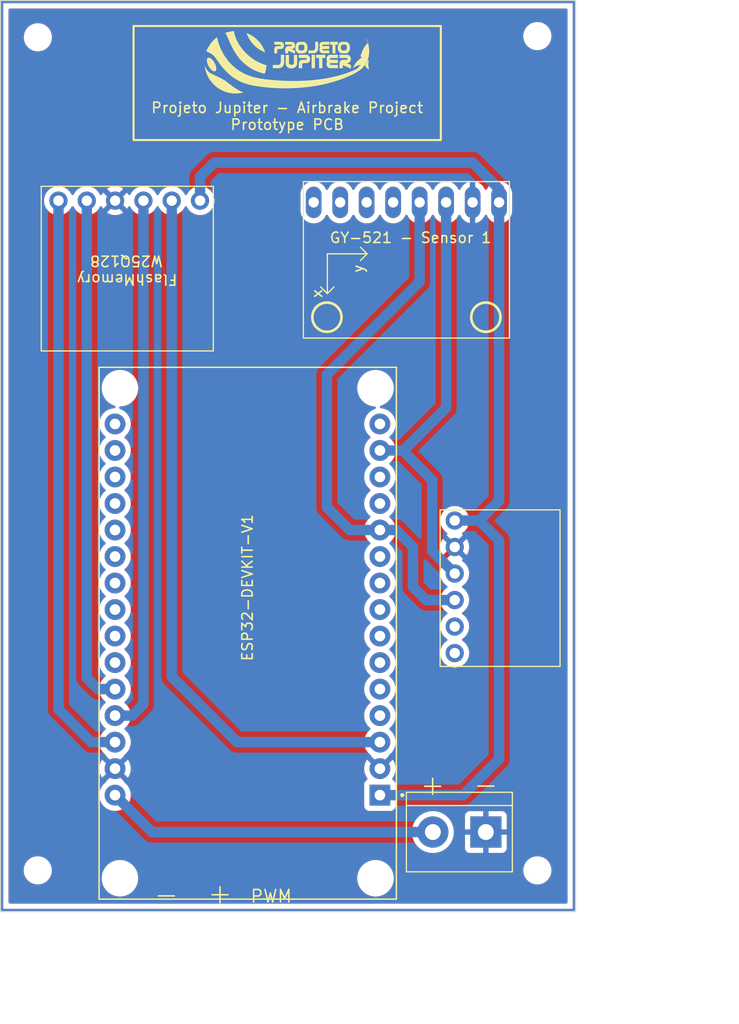
<source format=kicad_pcb>
(kicad_pcb (version 20221018) (generator pcbnew)
  (title_block (title "Ganímedes Project - Control PCB") (date "2023-05-31") (rev "1") (company "Projeto Jupiter") (comment 1 "Projected by Lucas Wu Jiajun"))
  (layers (0 "F.Cu" signal) (31 "B.Cu" signal) (34 "B.Paste" user) (35 "F.Paste" user) (36 "B.SilkS" user "B.Silkscreen") (37 "F.SilkS" user "F.Silkscreen") (38 "B.Mask" user) (39 "F.Mask" user) (44 "Edge.Cuts" user))
  (net 0 "")
  (net 1 "GND")
  (net 2 "VCC")
  (net 3 "/PWM 1")
  (net 4 "/PWM 2")
  (net 5 "/3v3")
  (net 6 "/CS")
  (net 10 "/SDA")
  (net 13 "/SCL")
  (net 23 "/HCLK")
  (net 24 "/HMISO")
  (net 25 "/HMOSI")
  (footprint "ESP32-DEVKIT-V1:MODULE_ESP32_DEVKIT_V1" (layer "F.Cu") (at 121.92 128.27 180)
    (fp_text reference "U1" hide)
    (fp_text value "ESP32-DEVKIT-V1" (at 0 4.36 90) (layer "F.SilkS"))
    (pad "" np_thru_hole circle (at -12.28 -23.475 180) (size 3 3) (drill 3) (layers "F&B.Cu" "*.Mask"))
    (pad "" np_thru_hole circle (at -12.28 23.475 180) (size 3 3) (drill 3) (layers "F&B.Cu" "*.Mask"))
    (pad "" np_thru_hole circle (at 12.23 -23.475 180) (size 3 3) (drill 3) (layers "F&B.Cu" "*.Mask"))
    (pad "" np_thru_hole circle (at 12.23 23.475 180) (size 3 3) (drill 3) (layers "F&B.Cu" "*.Mask"))
    (pad "1" thru_hole rect (at -12.7 -15.515 180) (size 2 2) (drill 1.02) (layers "*.Cu" "*.Mask") (net 5 "/3v3"))
    (pad "2" thru_hole circle (at -12.7 -12.975 180) (size 2 2) (drill 1.02) (layers "*.Cu" "*.Mask") (net 1 "GND"))
    (pad "3" thru_hole circle (at -12.7 -10.435 180) (size 2 2) (drill 1.02) (layers "*.Cu" "*.Mask") (net 6 "/CS"))
    (pad "4" thru_hole circle (at -12.7 -7.895 180) (size 2 2) (drill 1.02) (layers "*.Cu" "*.Mask"))
    (pad "5" thru_hole circle (at -12.7 -5.355 180) (size 2 2) (drill 1.02) (layers "*.Cu" "*.Mask"))
    (pad "6" thru_hole circle (at -12.7 -2.815 180) (size 2 2) (drill 1.02) (layers "*.Cu" "*.Mask"))
    (pad "7" thru_hole circle (at -12.7 -0.275 180) (size 2 2) (drill 1.02) (layers "*.Cu" "*.Mask"))
    (pad "8" thru_hole circle (at -12.7 2.265 180) (size 2 2) (drill 1.02) (layers "*.Cu" "*.Mask"))
    (pad "9" thru_hole circle (at -12.7 4.805 180) (size 2 2) (drill 1.02) (layers "*.Cu" "*.Mask") (net 4 "/PWM 2"))
    (pad "10" thru_hole circle (at -12.7 7.345 180) (size 2 2) (drill 1.02) (layers "*.Cu" "*.Mask"))
    (pad "11" thru_hole circle (at -12.7 9.885 180) (size 2 2) (drill 1.02) (layers "*.Cu" "*.Mask") (net 10 "/SDA"))
    (pad "12" thru_hole circle (at -12.7 12.425 180) (size 2 2) (drill 1.02) (layers "*.Cu" "*.Mask"))
    (pad "13" thru_hole circle (at -12.7 14.965 180) (size 2 2) (drill 1.02) (layers "*.Cu" "*.Mask"))
    (pad "14" thru_hole circle (at -12.7 17.505 180) (size 2 2) (drill 1.02) (layers "*.Cu" "*.Mask") (net 13 "/SCL"))
    (pad "15" thru_hole circle (at -12.7 20.045 180) (size 2 2) (drill 1.02) (layers "*.Cu" "*.Mask"))
    (pad "16" thru_hole circle (at 12.7 20.045 180) (size 2 2) (drill 1.02) (layers "*.Cu" "*.Mask"))
    (pad "17" thru_hole circle (at 12.7 17.505 180) (size 2 2) (drill 1.02) (layers "*.Cu" "*.Mask"))
    (pad "18" thru_hole circle (at 12.7 14.965 180) (size 2 2) (drill 1.02) (layers "*.Cu" "*.Mask"))
    (pad "19" thru_hole circle (at 12.7 12.425 180) (size 2 2) (drill 1.02) (layers "*.Cu" "*.Mask"))
    (pad "20" thru_hole circle (at 12.7 9.885 180) (size 2 2) (drill 1.02) (layers "*.Cu" "*.Mask"))
    (pad "21" thru_hole circle (at 12.7 7.345 180) (size 2 2) (drill 1.02) (layers "*.Cu" "*.Mask"))
    (pad "22" thru_hole circle (at 12.7 4.805 180) (size 2 2) (drill 1.02) (layers "*.Cu" "*.Mask") (net 3 "/PWM 1"))
    (pad "23" thru_hole circle (at 12.7 2.265 180) (size 2 2) (drill 1.02) (layers "*.Cu" "*.Mask"))
    (pad "24" thru_hole circle (at 12.7 -0.275 180) (size 2 2) (drill 1.02) (layers "*.Cu" "*.Mask"))
    (pad "25" thru_hole circle (at 12.7 -2.815 180) (size 2 2) (drill 1.02) (layers "*.Cu" "*.Mask"))
    (pad "26" thru_hole circle (at 12.7 -5.355 180) (size 2 2) (drill 1.02) (layers "*.Cu" "*.Mask") (net 23 "/HCLK"))
    (pad "27" thru_hole circle (at 12.7 -7.895 180) (size 2 2) (drill 1.02) (layers "*.Cu" "*.Mask") (net 24 "/HMISO"))
    (pad "28" thru_hole circle (at 12.7 -10.435 180) (size 2 2) (drill 1.02) (layers "*.Cu" "*.Mask") (net 25 "/HMOSI"))
    (pad "29" thru_hole circle (at 12.7 -12.975 180) (size 2 2) (drill 1.02) (layers "*.Cu" "*.Mask") (net 1 "GND"))
    (pad "30" thru_hole circle (at 12.7 -15.515 180) (size 2 2) (drill 1.02) (layers "*.Cu" "*.Mask") (net 2 "VCC"))
  )
  (footprint "MountingHole:MountingHole_2.2mm_M2" (layer "F.Cu") (at 101.82 71.18)
    (fp_text reference "REF**" hide)
    (fp_text value "MountingHole_2.2mm_M2" hide)
    (pad "" np_thru_hole circle (at 0 0) (size 2.2 2.2) (drill 2.2) (layers "F&B.Cu" "*.Mask"))
  )
  (footprint "TerminalBlock:TerminalBlock_bornier-2_P5.08mm" (layer "F.Cu") (at 144.78 147.32 180)
    (fp_text reference "J1" hide)
    (fp_text value "Power Supply")
    (fp_text user "+" (at 5.1 4.23 180 unlocked) (layer "F.SilkS") (effects (font (size 2 2))))
    (fp_text user "-" (at -0.01 4.25 180 unlocked) (layer "F.SilkS") (effects (font (size 2 2))))
    (pad "1" thru_hole rect (at 0 0 180) (size 3 3) (drill 1.52) (layers "*.Cu" "*.Mask") (net 1 "GND"))
    (pad "2" thru_hole circle (at 5.08 0 180) (size 3 3) (drill 1.52) (layers "*.Cu" "*.Mask") (net 2 "VCC"))
  )
  (footprint "MountingHole:MountingHole_2.2mm_M2" (layer "F.Cu") (at 101.81 150.99)
    (fp_text reference "REF**" hide)
    (fp_text value "MountingHole_2.2mm_M2" hide)
    (pad "" np_thru_hole circle (at 0 0) (size 2.2 2.2) (drill 2.2) (layers "F&B.Cu" "*.Mask"))
  )
  (footprint "MountingHole:MountingHole_2.2mm_M2" (layer "F.Cu") (at 149.72 71.07)
    (fp_text reference "REF**" hide)
    (fp_text value "MountingHole_2.2mm_M2" hide)
    (pad "" np_thru_hole circle (at 0 0) (size 2.2 2.2) (drill 2.2) (layers "F&B.Cu" "*.Mask"))
  )
  (footprint "GY-521:GY-521" (layer "F.Cu") (at 146.05 86.995 -90)
    (fp_text reference "U4" hide)
    (fp_text value "GY-521 - Sensor 1" (at 3.39 8.49) (layer "F.SilkS"))
    (fp_text user "y" (at 6.348126 13.51 90) (layer "F.SilkS"))
    (fp_text user "x" (at 8.74 17.46801 90) (layer "F.SilkS"))
    (pad "ADO" thru_hole oval (at 0 15.24 270) (size 3.016 1.508) (drill 1) (layers "*.Cu" "*.Mask"))
    (pad "GND" thru_hole oval (at 0 2.54 270) (size 3.016 1.508) (drill 1) (layers "*.Cu" "*.Mask") (net 1 "GND"))
    (pad "INT" thru_hole oval (at 0 17.78 270) (size 3.016 1.508) (drill 1) (layers "*.Cu" "*.Mask"))
    (pad "SCL" thru_hole oval (at 0 5.08 270) (size 3.016 1.508) (drill 1) (layers "*.Cu" "*.Mask") (net 13 "/SCL"))
    (pad "SDA" thru_hole oval (at 0 7.62 270) (size 3.016 1.508) (drill 1) (layers "*.Cu" "*.Mask") (net 10 "/SDA"))
    (pad "VCC" thru_hole oval (at 0 0 270) (size 3.016 1.508) (drill 1) (layers "*.Cu" "*.Mask") (net 5 "/3v3"))
    (pad "XCL" thru_hole oval (at 0 10.16 270) (size 3.016 1.508) (drill 1) (layers "*.Cu" "*.Mask"))
    (pad "XDA" thru_hole oval (at 0 12.7 270) (size 3.016 1.508) (drill 1) (layers "*.Cu" "*.Mask"))
  )
  (footprint "MountingHole:MountingHole_2.2mm_M2" (layer "F.Cu") (at 149.72 150.99)
    (fp_text reference "REF**" hide)
    (fp_text value "MountingHole_2.2mm_M2" hide)
    (pad "" np_thru_hole circle (at 0 0) (size 2.2 2.2) (drill 2.2) (layers "F&B.Cu" "*.Mask"))
  )
  (footprint "Symbol:Logo_Preto - Copia" (layer "F.Cu") (at 125.73 73.66)
    (fp_text reference "G***" hide)
    (fp_text value "LOGO" hide)
  )
  (footprint "Jupiter:GY BMP280" (layer "F.Cu") (at 140.395 116.454)
    (fp_text reference "U6" hide)
    (fp_text value "GY-BMP280" hide)
    (pad "1" thru_hole circle (at 1.4 1.021) (size 1.75 1.75) (drill 1) (layers "*.Cu" "*.Mask") (net 5 "/3v3"))
    (pad "2" thru_hole circle (at 1.4 3.561) (size 1.75 1.75) (drill 1) (layers "*.Cu" "*.Mask") (net 1 "GND"))
    (pad "3" thru_hole circle (at 1.4 6.101) (size 1.75 1.75) (drill 1) (layers "*.Cu" "*.Mask") (net 13 "/SCL"))
    (pad "4" thru_hole circle (at 1.4 8.641) (size 1.75 1.75) (drill 1) (layers "*.Cu" "*.Mask") (net 10 "/SDA"))
    (pad "5" thru_hole circle (at 1.4 11.181) (size 1.75 1.75) (drill 1) (layers "*.Cu" "*.Mask"))
    (pad "6" thru_hole circle (at 1.4 13.721) (size 1.75 1.75) (drill 1) (layers "*.Cu" "*.Mask"))
  )
  (footprint "Jupiter:FlashMemory W25Q128" (layer "F.Cu") (at 118.645 96.8325 -90)
    (fp_text reference "U3" hide)
    (fp_text value "FlashMemory" (at -2.4475 8.275 -180 unlocked) (layer "F.SilkS"))
    (fp_text user "W25Q128" (at -4.2275 8.335 -180 unlocked) (layer "F.SilkS"))
    (pad "1" thru_hole circle (at -10 1.273 270) (size 1.75 1.75) (drill 1) (layers "*.Cu" "*.Mask") (net 5 "/3v3"))
    (pad "2" thru_hole circle (at -10 3.985 270) (size 1.75 1.75) (drill 1) (layers "*.Cu" "*.Mask") (net 6 "/CS"))
    (pad "3" thru_hole circle (at -10 6.701 270) (size 1.75 1.75) (drill 1) (layers "*.Cu" "*.Mask") (net 24 "/HMISO"))
    (pad "4" thru_hole circle (at -10 9.417 270) (size 1.75 1.75) (drill 1) (layers "*.Cu" "*.Mask") (net 1 "GND"))
    (pad "5" thru_hole circle (at -10 12.133 270) (size 1.75 1.75) (drill 1) (layers "*.Cu" "*.Mask") (net 23 "/HCLK"))
    (pad "6" thru_hole circle (at -10 14.849 270) (size 1.75 1.75) (drill 1) (layers "*.Cu" "*.Mask") (net 25 "/HMOSI"))
  )
  (gr_rect (start 110.998 70.104) (end 140.462 81.026) (stroke (width 0.2)) (fill none) (layer "F.Cu"))
  (gr_rect (start 98.4 67.82) (end 153.22 154.78) (stroke (width 0.2)) (fill none) (layer "F.Cu"))
  (gr_rect (start 98.4 67.82) (end 153.22 154.78) (stroke (width 0.2)) (fill none) (layer "B.Cu"))
  (gr_rect (start 110.998 70.104) (end 140.462 81.026) (stroke (width 0.2)) (fill none) (layer "F.SilkS"))
  (gr_rect (start 98.24 67.66) (end 153.38 154.94) (stroke (width 0.1)) (fill none) (layer "Edge.Cuts"))
  (gr_text "PWM" (at 122.13 154.17) (layer "F.SilkS") (effects (font (size 1.2 1.2)) (justify left bottom)))
  (gr_text "Projeto Jupiter - Airbrake Project\nPrototype PCB" (at 125.73 78.74) (layer "F.SilkS") (effects (font (size 1 1))))
  (gr_text "+" (at 117.95 154.34) (layer "F.SilkS") (effects (font (size 2 2)) (justify left bottom)))
  (gr_text "-" (at 112.81 154.45) (layer "F.SilkS") (effects (font (size 2 2)) (justify left bottom)))
  (segment (start 112.755 147.32) (end 109.22 143.785) (width 1) (layer "B.Cu") (net 2))
  (segment (start 139.7 147.32) (end 112.755 147.32) (width 1) (layer "B.Cu") (net 2))
  (segment (start 118.745 83.185) (end 143.51 83.185) (width 1) (layer "B.Cu") (net 5))
  (segment (start 146.05 85.725) (end 146.05 86.995) (width 1) (layer "B.Cu") (net 5))
  (segment (start 142.6 143.785) (end 146.05 140.335) (width 1) (layer "B.Cu") (net 5))
  (segment (start 144.145 117.475) (end 146.05 115.57) (width 1) (layer "B.Cu") (net 5))
  (segment (start 117.372 86.8325) (end 117.372 84.558) (width 1) (layer "B.Cu") (net 5))
  (segment (start 146.05 115.57) (end 146.05 86.995) (width 1) (layer "B.Cu") (net 5))
  (segment (start 117.372 84.558) (end 118.745 83.185) (width 1) (layer "B.Cu") (net 5))
  (segment (start 146.05 140.335) (end 146.05 119.38) (width 1) (layer "B.Cu") (net 5))
  (segment (start 143.51 83.185) (end 146.05 85.725) (width 1) (layer "B.Cu") (net 5))
  (segment (start 146.05 119.38) (end 144.145 117.475) (width 1) (layer "B.Cu") (net 5))
  (segment (start 134.62 143.785) (end 142.6 143.785) (width 1) (layer "B.Cu") (net 5))
  (segment (start 144.145 117.475) (end 141.795 117.475) (width 1) (layer "B.Cu") (net 5))
  (segment (start 120.925 138.705) (end 134.62 138.705) (width 1) (layer "B.Cu") (net 6))
  (segment (start 114.66 132.44) (end 120.925 138.705) (width 1) (layer "B.Cu") (net 6))
  (segment (start 114.66 86.8325) (end 114.66 132.44) (width 1) (layer "B.Cu") (net 6))
  (segment (start 134.62 118.385) (end 131.72 118.385) (width 1) (layer "B.Cu") (net 10))
  (segment (start 137.795 123.825) (end 137.795 120.015) (width 1) (layer "B.Cu") (net 10))
  (segment (start 136.165 118.385) (end 134.62 118.385) (width 1) (layer "B.Cu") (net 10))
  (segment (start 139.065 125.095) (end 137.795 123.825) (width 1) (layer "B.Cu") (net 10))
  (segment (start 138.43 94.615) (end 129.54 103.505) (width 1) (layer "B.Cu") (net 10))
  (segment (start 131.72 118.385) (end 129.54 116.205) (width 1) (layer "B.Cu") (net 10))
  (segment (start 141.795 125.095) (end 139.065 125.095) (width 1) (layer "B.Cu") (net 10))
  (segment (start 137.795 120.015) (end 136.165 118.385) (width 1) (layer "B.Cu") (net 10))
  (segment (start 129.54 116.205) (end 129.54 103.505) (width 1) (layer "B.Cu") (net 10))
  (segment (start 138.43 86.995) (end 138.43 94.615) (width 1) (layer "B.Cu") (net 10))
  (segment (start 136.8425 110.8075) (end 140.97 106.68) (width 1) (layer "B.Cu") (net 13))
  (segment (start 136.8 110.765) (end 134.62 110.765) (width 1) (layer "B.Cu") (net 13))
  (segment (start 134.62 110.765) (end 134.62 110.812387) (width 1) (layer "B.Cu") (net 13))
  (segment (start 139.63 113.595) (end 136.8425 110.8075) (width 1) (layer "B.Cu") (net 13))
  (segment (start 141.795 122.555) (end 139.63 120.39) (width 1) (layer "B.Cu") (net 13))
  (segment (start 139.63 120.39) (end 139.63 113.595) (width 1) (layer "B.Cu") (net 13))
  (segment (start 140.97 106.68) (end 140.97 86.995) (width 1) (layer "B.Cu") (net 13))
  (segment (start 136.8425 110.8075) (end 136.8 110.765) (width 1) (layer "B.Cu") (net 13))
  (segment (start 106.512 132.547) (end 106.512 86.8325) (width 1) (layer "B.Cu") (net 23))
  (segment (start 109.22 133.625) (end 107.59 133.625) (width 1) (layer "B.Cu") (net 23))
  (segment (start 107.59 133.625) (end 106.512 132.547) (width 1) (layer "B.Cu") (net 23))
  (segment (start 110.85 136.165) (end 111.944 135.071) (width 1) (layer "B.Cu") (net 24))
  (segment (start 109.22 136.165) (end 110.85 136.165) (width 1) (layer "B.Cu") (net 24))
  (segment (start 111.944 135.071) (end 111.944 86.8325) (width 1) (layer "B.Cu") (net 24))
  (segment (start 106.955 138.705) (end 103.796 135.546) (width 1) (layer "B.Cu") (net 25))
  (segment (start 109.22 138.705) (end 106.955 138.705) (width 1) (layer "B.Cu") (net 25))
  (segment (start 103.796 135.546) (end 103.796 86.8325) (width 1) (layer "B.Cu") (net 25))
  (zone (net 1) (net_name "GND") (layer "F.Cu") (connect_pads thru_hole_only (clearance 0.508)) (min_thickness 0.254) (fill yes (thermal_gap 0.508) (thermal_bridge_width 0.508) (island_removal_mode 1) (island_area_min 0))
    (polygon (pts (xy 153.32 154.88) (xy 98.32 154.88) (xy 98.32 67.74) (xy 153.32 67.74)))
  )
  (zone (net 0) (net_name "") (layer "F.Cu") (connect_pads thru_hole_only (clearance 0)) (min_thickness 0.254)
    (keepout (tracks not_allowed) (vias not_allowed) (pads not_allowed) (copperpour not_allowed) (footprints allowed))
    (fill (thermal_gap 0.508) (thermal_bridge_width 0.508) (island_removal_mode 1) (island_area_min 0))
    (polygon (pts (xy 110.998 81.026) (xy 110.998 70.104) (xy 140.462 70.104) (xy 140.462 81.026)))
  )
  (zone (net 1) (net_name "GND") (layer "B.Cu") (connect_pads thru_hole_only (clearance 0.508)) (min_thickness 0.254) (fill yes (thermal_gap 0.508) (thermal_bridge_width 0.508) (island_removal_mode 1) (island_area_min 0))
    (polygon (pts (xy 153.32 154.88) (xy 98.32 154.88) (xy 98.32 67.74) (xy 153.32 67.74)))
  )
)
</source>
